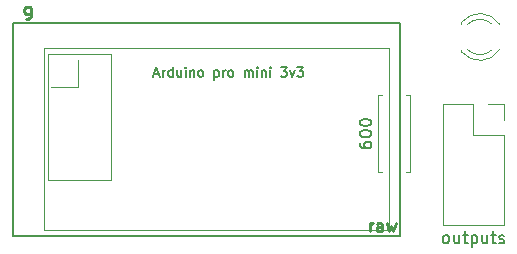
<source format=gbr>
G04 #@! TF.GenerationSoftware,KiCad,Pcbnew,5.1.2*
G04 #@! TF.CreationDate,2019-11-12T19:34:36-05:00*
G04 #@! TF.ProjectId,VS_robot_receiver,56535f72-6f62-46f7-945f-726563656976,rev?*
G04 #@! TF.SameCoordinates,Original*
G04 #@! TF.FileFunction,Legend,Top*
G04 #@! TF.FilePolarity,Positive*
%FSLAX46Y46*%
G04 Gerber Fmt 4.6, Leading zero omitted, Abs format (unit mm)*
G04 Created by KiCad (PCBNEW 5.1.2) date 2019-11-12 19:34:36*
%MOMM*%
%LPD*%
G04 APERTURE LIST*
%ADD10C,0.250000*%
%ADD11C,0.120000*%
%ADD12C,0.150000*%
%ADD13C,0.160000*%
G04 APERTURE END LIST*
D10*
X132809523Y-94452380D02*
X133000000Y-94452380D01*
X133095238Y-94404761D01*
X133142857Y-94357142D01*
X133238095Y-94214285D01*
X133285714Y-94023809D01*
X133285714Y-93642857D01*
X133238095Y-93547619D01*
X133190476Y-93500000D01*
X133095238Y-93452380D01*
X132904761Y-93452380D01*
X132809523Y-93500000D01*
X132761904Y-93547619D01*
X132714285Y-93642857D01*
X132714285Y-93880952D01*
X132761904Y-93976190D01*
X132809523Y-94023809D01*
X132904761Y-94071428D01*
X133095238Y-94071428D01*
X133190476Y-94023809D01*
X133238095Y-93976190D01*
X133285714Y-93880952D01*
X161952380Y-112452380D02*
X161952380Y-111785714D01*
X161952380Y-111976190D02*
X162000000Y-111880952D01*
X162047619Y-111833333D01*
X162142857Y-111785714D01*
X162238095Y-111785714D01*
X163000000Y-112452380D02*
X163000000Y-111928571D01*
X162952380Y-111833333D01*
X162857142Y-111785714D01*
X162666666Y-111785714D01*
X162571428Y-111833333D01*
X163000000Y-112404761D02*
X162904761Y-112452380D01*
X162666666Y-112452380D01*
X162571428Y-112404761D01*
X162523809Y-112309523D01*
X162523809Y-112214285D01*
X162571428Y-112119047D01*
X162666666Y-112071428D01*
X162904761Y-112071428D01*
X163000000Y-112023809D01*
X163380952Y-111785714D02*
X163571428Y-112452380D01*
X163761904Y-111976190D01*
X163952380Y-112452380D01*
X164142857Y-111785714D01*
D11*
X134730000Y-97476000D02*
X140064000Y-97476000D01*
X140064000Y-97476000D02*
X140064000Y-108144000D01*
X140064000Y-108144000D02*
X134730000Y-108144000D01*
X134730000Y-108144000D02*
X134730000Y-108144000D01*
X137270000Y-97984000D02*
X137270000Y-100270000D01*
X137270000Y-100270000D02*
X134984000Y-100270000D01*
X134984000Y-100270000D02*
X134984000Y-100270000D01*
X134400000Y-96900000D02*
X163600000Y-96900000D01*
X163600000Y-96900000D02*
X163600000Y-112350000D01*
X163600000Y-112350000D02*
X134400000Y-112350000D01*
X134400000Y-112350000D02*
X134400000Y-96900000D01*
X134400000Y-96900000D02*
X134400000Y-96900000D01*
X134730000Y-108144000D02*
X134730000Y-97476000D01*
X134730000Y-97476000D02*
X134730000Y-97476000D01*
X172942335Y-94921392D02*
G75*
G03X169710000Y-94764484I-1672335J-1078608D01*
G01*
X172942335Y-97078608D02*
G75*
G02X169710000Y-97235516I-1672335J1078608D01*
G01*
X172311130Y-94920163D02*
G75*
G03X170229039Y-94920000I-1041130J-1079837D01*
G01*
X172311130Y-97079837D02*
G75*
G02X170229039Y-97080000I-1041130J1079837D01*
G01*
X169710000Y-94764000D02*
X169710000Y-94920000D01*
X169710000Y-97080000D02*
X169710000Y-97236000D01*
X168130000Y-101670000D02*
X170730000Y-101670000D01*
X168130000Y-101670000D02*
X168130000Y-111950000D01*
X168130000Y-111950000D02*
X173330000Y-111950000D01*
X173330000Y-104270000D02*
X173330000Y-111950000D01*
X170730000Y-104270000D02*
X173330000Y-104270000D01*
X170730000Y-101670000D02*
X170730000Y-104270000D01*
X173330000Y-101670000D02*
X173330000Y-103000000D01*
X172000000Y-101670000D02*
X173330000Y-101670000D01*
D12*
X131760000Y-94856000D02*
X131760000Y-112890000D01*
X164526000Y-112890000D02*
X164526000Y-94856000D01*
X131760000Y-94856000D02*
X164526000Y-94856000D01*
X164526000Y-112890000D02*
X131760000Y-112890000D01*
D11*
X162960000Y-107460000D02*
X162630000Y-107460000D01*
X162630000Y-107460000D02*
X162630000Y-100920000D01*
X162630000Y-100920000D02*
X162960000Y-100920000D01*
X165040000Y-107460000D02*
X165370000Y-107460000D01*
X165370000Y-107460000D02*
X165370000Y-100920000D01*
X165370000Y-100920000D02*
X165040000Y-100920000D01*
D12*
X168325238Y-113452380D02*
X168230000Y-113404761D01*
X168182380Y-113357142D01*
X168134761Y-113261904D01*
X168134761Y-112976190D01*
X168182380Y-112880952D01*
X168230000Y-112833333D01*
X168325238Y-112785714D01*
X168468095Y-112785714D01*
X168563333Y-112833333D01*
X168610952Y-112880952D01*
X168658571Y-112976190D01*
X168658571Y-113261904D01*
X168610952Y-113357142D01*
X168563333Y-113404761D01*
X168468095Y-113452380D01*
X168325238Y-113452380D01*
X169515714Y-112785714D02*
X169515714Y-113452380D01*
X169087142Y-112785714D02*
X169087142Y-113309523D01*
X169134761Y-113404761D01*
X169230000Y-113452380D01*
X169372857Y-113452380D01*
X169468095Y-113404761D01*
X169515714Y-113357142D01*
X169849047Y-112785714D02*
X170230000Y-112785714D01*
X169991904Y-112452380D02*
X169991904Y-113309523D01*
X170039523Y-113404761D01*
X170134761Y-113452380D01*
X170230000Y-113452380D01*
X170563333Y-112785714D02*
X170563333Y-113785714D01*
X170563333Y-112833333D02*
X170658571Y-112785714D01*
X170849047Y-112785714D01*
X170944285Y-112833333D01*
X170991904Y-112880952D01*
X171039523Y-112976190D01*
X171039523Y-113261904D01*
X170991904Y-113357142D01*
X170944285Y-113404761D01*
X170849047Y-113452380D01*
X170658571Y-113452380D01*
X170563333Y-113404761D01*
X171896666Y-112785714D02*
X171896666Y-113452380D01*
X171468095Y-112785714D02*
X171468095Y-113309523D01*
X171515714Y-113404761D01*
X171610952Y-113452380D01*
X171753809Y-113452380D01*
X171849047Y-113404761D01*
X171896666Y-113357142D01*
X172230000Y-112785714D02*
X172610952Y-112785714D01*
X172372857Y-112452380D02*
X172372857Y-113309523D01*
X172420476Y-113404761D01*
X172515714Y-113452380D01*
X172610952Y-113452380D01*
X172896666Y-113404761D02*
X172991904Y-113452380D01*
X173182380Y-113452380D01*
X173277619Y-113404761D01*
X173325238Y-113309523D01*
X173325238Y-113261904D01*
X173277619Y-113166666D01*
X173182380Y-113119047D01*
X173039523Y-113119047D01*
X172944285Y-113071428D01*
X172896666Y-112976190D01*
X172896666Y-112928571D01*
X172944285Y-112833333D01*
X173039523Y-112785714D01*
X173182380Y-112785714D01*
X173277619Y-112833333D01*
D13*
X143695238Y-99133333D02*
X144076190Y-99133333D01*
X143619047Y-99361904D02*
X143885714Y-98561904D01*
X144152380Y-99361904D01*
X144419047Y-99361904D02*
X144419047Y-98828571D01*
X144419047Y-98980952D02*
X144457142Y-98904761D01*
X144495238Y-98866666D01*
X144571428Y-98828571D01*
X144647619Y-98828571D01*
X145257142Y-99361904D02*
X145257142Y-98561904D01*
X145257142Y-99323809D02*
X145180952Y-99361904D01*
X145028571Y-99361904D01*
X144952380Y-99323809D01*
X144914285Y-99285714D01*
X144876190Y-99209523D01*
X144876190Y-98980952D01*
X144914285Y-98904761D01*
X144952380Y-98866666D01*
X145028571Y-98828571D01*
X145180952Y-98828571D01*
X145257142Y-98866666D01*
X145980952Y-98828571D02*
X145980952Y-99361904D01*
X145638095Y-98828571D02*
X145638095Y-99247619D01*
X145676190Y-99323809D01*
X145752380Y-99361904D01*
X145866666Y-99361904D01*
X145942857Y-99323809D01*
X145980952Y-99285714D01*
X146361904Y-99361904D02*
X146361904Y-98828571D01*
X146361904Y-98561904D02*
X146323809Y-98600000D01*
X146361904Y-98638095D01*
X146400000Y-98600000D01*
X146361904Y-98561904D01*
X146361904Y-98638095D01*
X146742857Y-98828571D02*
X146742857Y-99361904D01*
X146742857Y-98904761D02*
X146780952Y-98866666D01*
X146857142Y-98828571D01*
X146971428Y-98828571D01*
X147047619Y-98866666D01*
X147085714Y-98942857D01*
X147085714Y-99361904D01*
X147580952Y-99361904D02*
X147504761Y-99323809D01*
X147466666Y-99285714D01*
X147428571Y-99209523D01*
X147428571Y-98980952D01*
X147466666Y-98904761D01*
X147504761Y-98866666D01*
X147580952Y-98828571D01*
X147695238Y-98828571D01*
X147771428Y-98866666D01*
X147809523Y-98904761D01*
X147847619Y-98980952D01*
X147847619Y-99209523D01*
X147809523Y-99285714D01*
X147771428Y-99323809D01*
X147695238Y-99361904D01*
X147580952Y-99361904D01*
X148800000Y-98828571D02*
X148800000Y-99628571D01*
X148800000Y-98866666D02*
X148876190Y-98828571D01*
X149028571Y-98828571D01*
X149104761Y-98866666D01*
X149142857Y-98904761D01*
X149180952Y-98980952D01*
X149180952Y-99209523D01*
X149142857Y-99285714D01*
X149104761Y-99323809D01*
X149028571Y-99361904D01*
X148876190Y-99361904D01*
X148800000Y-99323809D01*
X149523809Y-99361904D02*
X149523809Y-98828571D01*
X149523809Y-98980952D02*
X149561904Y-98904761D01*
X149600000Y-98866666D01*
X149676190Y-98828571D01*
X149752380Y-98828571D01*
X150133333Y-99361904D02*
X150057142Y-99323809D01*
X150019047Y-99285714D01*
X149980952Y-99209523D01*
X149980952Y-98980952D01*
X150019047Y-98904761D01*
X150057142Y-98866666D01*
X150133333Y-98828571D01*
X150247619Y-98828571D01*
X150323809Y-98866666D01*
X150361904Y-98904761D01*
X150400000Y-98980952D01*
X150400000Y-99209523D01*
X150361904Y-99285714D01*
X150323809Y-99323809D01*
X150247619Y-99361904D01*
X150133333Y-99361904D01*
X151352380Y-99361904D02*
X151352380Y-98828571D01*
X151352380Y-98904761D02*
X151390476Y-98866666D01*
X151466666Y-98828571D01*
X151580952Y-98828571D01*
X151657142Y-98866666D01*
X151695238Y-98942857D01*
X151695238Y-99361904D01*
X151695238Y-98942857D02*
X151733333Y-98866666D01*
X151809523Y-98828571D01*
X151923809Y-98828571D01*
X152000000Y-98866666D01*
X152038095Y-98942857D01*
X152038095Y-99361904D01*
X152419047Y-99361904D02*
X152419047Y-98828571D01*
X152419047Y-98561904D02*
X152380952Y-98600000D01*
X152419047Y-98638095D01*
X152457142Y-98600000D01*
X152419047Y-98561904D01*
X152419047Y-98638095D01*
X152800000Y-98828571D02*
X152800000Y-99361904D01*
X152800000Y-98904761D02*
X152838095Y-98866666D01*
X152914285Y-98828571D01*
X153028571Y-98828571D01*
X153104761Y-98866666D01*
X153142857Y-98942857D01*
X153142857Y-99361904D01*
X153523809Y-99361904D02*
X153523809Y-98828571D01*
X153523809Y-98561904D02*
X153485714Y-98600000D01*
X153523809Y-98638095D01*
X153561904Y-98600000D01*
X153523809Y-98561904D01*
X153523809Y-98638095D01*
X154438095Y-98561904D02*
X154933333Y-98561904D01*
X154666666Y-98866666D01*
X154780952Y-98866666D01*
X154857142Y-98904761D01*
X154895238Y-98942857D01*
X154933333Y-99019047D01*
X154933333Y-99209523D01*
X154895238Y-99285714D01*
X154857142Y-99323809D01*
X154780952Y-99361904D01*
X154552380Y-99361904D01*
X154476190Y-99323809D01*
X154438095Y-99285714D01*
X155200000Y-98828571D02*
X155390476Y-99361904D01*
X155580952Y-98828571D01*
X155809523Y-98561904D02*
X156304761Y-98561904D01*
X156038095Y-98866666D01*
X156152380Y-98866666D01*
X156228571Y-98904761D01*
X156266666Y-98942857D01*
X156304761Y-99019047D01*
X156304761Y-99209523D01*
X156266666Y-99285714D01*
X156228571Y-99323809D01*
X156152380Y-99361904D01*
X155923809Y-99361904D01*
X155847619Y-99323809D01*
X155809523Y-99285714D01*
D12*
X161082380Y-104951904D02*
X161082380Y-105142380D01*
X161130000Y-105237619D01*
X161177619Y-105285238D01*
X161320476Y-105380476D01*
X161510952Y-105428095D01*
X161891904Y-105428095D01*
X161987142Y-105380476D01*
X162034761Y-105332857D01*
X162082380Y-105237619D01*
X162082380Y-105047142D01*
X162034761Y-104951904D01*
X161987142Y-104904285D01*
X161891904Y-104856666D01*
X161653809Y-104856666D01*
X161558571Y-104904285D01*
X161510952Y-104951904D01*
X161463333Y-105047142D01*
X161463333Y-105237619D01*
X161510952Y-105332857D01*
X161558571Y-105380476D01*
X161653809Y-105428095D01*
X161082380Y-104237619D02*
X161082380Y-104142380D01*
X161130000Y-104047142D01*
X161177619Y-103999523D01*
X161272857Y-103951904D01*
X161463333Y-103904285D01*
X161701428Y-103904285D01*
X161891904Y-103951904D01*
X161987142Y-103999523D01*
X162034761Y-104047142D01*
X162082380Y-104142380D01*
X162082380Y-104237619D01*
X162034761Y-104332857D01*
X161987142Y-104380476D01*
X161891904Y-104428095D01*
X161701428Y-104475714D01*
X161463333Y-104475714D01*
X161272857Y-104428095D01*
X161177619Y-104380476D01*
X161130000Y-104332857D01*
X161082380Y-104237619D01*
X161082380Y-103285238D02*
X161082380Y-103190000D01*
X161130000Y-103094761D01*
X161177619Y-103047142D01*
X161272857Y-102999523D01*
X161463333Y-102951904D01*
X161701428Y-102951904D01*
X161891904Y-102999523D01*
X161987142Y-103047142D01*
X162034761Y-103094761D01*
X162082380Y-103190000D01*
X162082380Y-103285238D01*
X162034761Y-103380476D01*
X161987142Y-103428095D01*
X161891904Y-103475714D01*
X161701428Y-103523333D01*
X161463333Y-103523333D01*
X161272857Y-103475714D01*
X161177619Y-103428095D01*
X161130000Y-103380476D01*
X161082380Y-103285238D01*
M02*

</source>
